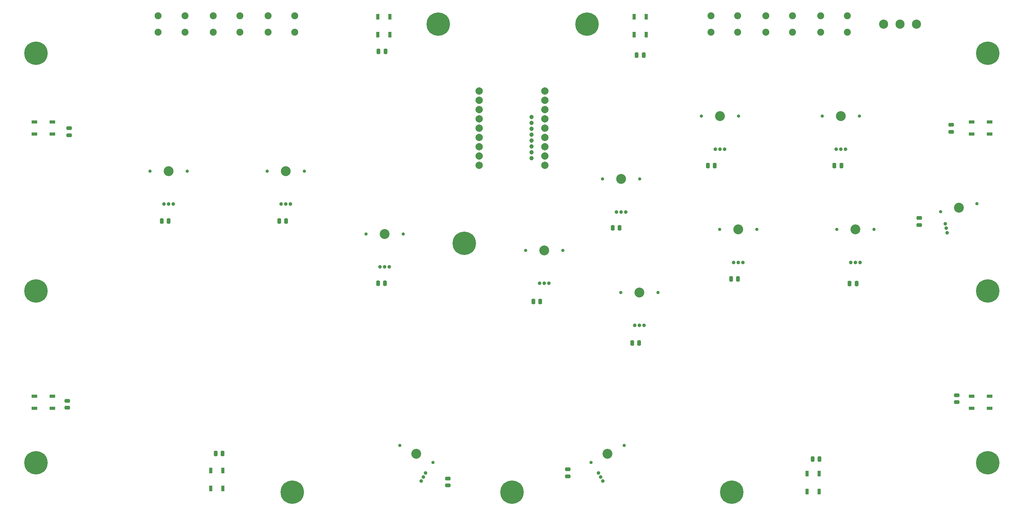
<source format=gts>
G04 #@! TF.GenerationSoftware,KiCad,Pcbnew,9.0.0*
G04 #@! TF.CreationDate,2025-05-11T16:12:36-07:00*
G04 #@! TF.ProjectId,HE_Leverless_Mainboard,48455f4c-6576-4657-926c-6573735f4d61,rev?*
G04 #@! TF.SameCoordinates,Original*
G04 #@! TF.FileFunction,Soldermask,Top*
G04 #@! TF.FilePolarity,Negative*
%FSLAX46Y46*%
G04 Gerber Fmt 4.6, Leading zero omitted, Abs format (unit mm)*
G04 Created by KiCad (PCBNEW 9.0.0) date 2025-05-11 16:12:36*
%MOMM*%
%LPD*%
G01*
G04 APERTURE LIST*
G04 Aperture macros list*
%AMRoundRect*
0 Rectangle with rounded corners*
0 $1 Rounding radius*
0 $2 $3 $4 $5 $6 $7 $8 $9 X,Y pos of 4 corners*
0 Add a 4 corners polygon primitive as box body*
4,1,4,$2,$3,$4,$5,$6,$7,$8,$9,$2,$3,0*
0 Add four circle primitives for the rounded corners*
1,1,$1+$1,$2,$3*
1,1,$1+$1,$4,$5*
1,1,$1+$1,$6,$7*
1,1,$1+$1,$8,$9*
0 Add four rect primitives between the rounded corners*
20,1,$1+$1,$2,$3,$4,$5,0*
20,1,$1+$1,$4,$5,$6,$7,0*
20,1,$1+$1,$6,$7,$8,$9,0*
20,1,$1+$1,$8,$9,$2,$3,0*%
G04 Aperture macros list end*
%ADD10RoundRect,0.250000X-0.475000X0.250000X-0.475000X-0.250000X0.475000X-0.250000X0.475000X0.250000X0*%
%ADD11C,2.500000*%
%ADD12C,1.905000*%
%ADD13RoundRect,0.090000X0.360000X-0.660000X0.360000X0.660000X-0.360000X0.660000X-0.360000X-0.660000X0*%
%ADD14RoundRect,0.250000X-0.250000X-0.475000X0.250000X-0.475000X0.250000X0.475000X-0.250000X0.475000X0*%
%ADD15RoundRect,0.250000X0.475000X-0.250000X0.475000X0.250000X-0.475000X0.250000X-0.475000X-0.250000X0*%
%ADD16C,0.900000*%
%ADD17C,2.700000*%
%ADD18C,1.000000*%
%ADD19C,6.400000*%
%ADD20RoundRect,0.250000X0.250000X0.475000X-0.250000X0.475000X-0.250000X-0.475000X0.250000X-0.475000X0*%
%ADD21C,2.000000*%
%ADD22C,1.200000*%
%ADD23RoundRect,0.090000X-0.360000X0.660000X-0.360000X-0.660000X0.360000X-0.660000X0.360000X0.660000X0*%
%ADD24RoundRect,0.090000X-0.660000X-0.360000X0.660000X-0.360000X0.660000X0.360000X-0.660000X0.360000X0*%
%ADD25RoundRect,0.090000X0.660000X0.360000X-0.660000X0.360000X-0.660000X-0.360000X0.660000X-0.360000X0*%
G04 APERTURE END LIST*
D10*
X212946699Y-194005699D03*
X212946699Y-195905699D03*
D11*
X299196699Y-72196701D03*
X303696699Y-72196701D03*
X308196699Y-72196701D03*
D12*
X138346699Y-74446701D03*
X131046699Y-74446701D03*
X138346699Y-69946701D03*
X131046699Y-69946701D03*
D13*
X161046699Y-75105699D03*
X164346699Y-75105699D03*
X164346699Y-70205699D03*
X161046699Y-70205699D03*
D14*
X203546698Y-148096699D03*
X205446698Y-148096699D03*
D15*
X180196699Y-198405699D03*
X180196699Y-196505699D03*
D14*
X225196699Y-127905699D03*
X227096699Y-127905699D03*
D16*
X227416698Y-145596699D03*
D17*
X232496698Y-145596699D03*
D16*
X237576698Y-145596699D03*
D18*
X231226698Y-154596699D03*
X232496698Y-154596699D03*
X233766698Y-154596699D03*
D15*
X76696699Y-102605699D03*
X76696699Y-100705699D03*
D16*
X201416698Y-134096699D03*
D17*
X206496698Y-134096699D03*
D16*
X211576698Y-134096699D03*
D18*
X205226698Y-143096699D03*
X206496698Y-143096699D03*
X207766698Y-143096699D03*
D12*
X274346699Y-74446701D03*
X267046699Y-74446701D03*
X274346699Y-69946701D03*
X267046699Y-69946701D03*
D16*
X130816700Y-112396699D03*
D17*
X135896700Y-112396699D03*
D16*
X140976700Y-112396699D03*
D18*
X134626700Y-121396699D03*
X135896700Y-121396699D03*
X137166700Y-121396699D03*
D19*
X257696699Y-200196701D03*
D16*
X167080626Y-187419100D03*
D17*
X171582540Y-189772644D03*
D16*
X176084454Y-192126188D03*
D18*
X172888566Y-197203303D03*
X173476952Y-196077825D03*
X174065338Y-194952346D03*
D16*
X314814884Y-123556177D03*
D17*
X319774468Y-122456664D03*
D16*
X324734052Y-121357151D03*
D18*
X316028059Y-126810744D03*
X316302937Y-128050640D03*
X316577815Y-129290536D03*
D20*
X281696699Y-191155699D03*
X279796699Y-191155699D03*
D19*
X327696699Y-192196701D03*
D14*
X251196699Y-110905699D03*
X253096699Y-110905699D03*
D16*
X98816700Y-112396700D03*
D17*
X103896700Y-112396700D03*
D16*
X108976700Y-112396700D03*
D18*
X102626700Y-121396700D03*
X103896700Y-121396700D03*
X105166700Y-121396700D03*
D12*
X123346699Y-74446701D03*
X116046699Y-74446701D03*
X123346699Y-69946701D03*
X116046699Y-69946701D03*
D10*
X319196699Y-173705699D03*
X319196699Y-175605699D03*
D19*
X67696699Y-80196701D03*
D14*
X231746699Y-80655699D03*
X233646699Y-80655699D03*
X289946699Y-143155699D03*
X291846699Y-143155699D03*
D21*
X188696699Y-90495699D03*
X188696699Y-93035699D03*
X188696699Y-95575699D03*
X188696699Y-98115699D03*
X188696699Y-100655699D03*
X188696699Y-103195699D03*
X188696699Y-105735699D03*
X188696699Y-108275699D03*
X188696699Y-110815699D03*
X206696699Y-110815699D03*
X206696699Y-108275699D03*
X206696699Y-105735699D03*
X206696699Y-103195699D03*
X206696699Y-100655699D03*
X206696699Y-98115699D03*
X206696699Y-95575699D03*
X206696699Y-93035699D03*
X206696699Y-90495699D03*
D22*
X203046699Y-108855699D03*
X203046699Y-107255699D03*
X203046699Y-105655699D03*
X203046699Y-104055699D03*
X203046699Y-102455699D03*
X203046699Y-100855699D03*
X203046699Y-99255699D03*
X203046699Y-97655699D03*
D19*
X137696699Y-200196701D03*
D13*
X231046699Y-75105699D03*
X234346699Y-75105699D03*
X234346699Y-70205699D03*
X231046699Y-70205699D03*
D19*
X67696699Y-145196701D03*
D16*
X157816700Y-129596699D03*
D17*
X162896700Y-129596699D03*
D16*
X167976700Y-129596699D03*
D18*
X161626700Y-138596699D03*
X162896700Y-138596699D03*
X164166700Y-138596699D03*
D23*
X281596698Y-195146699D03*
X278296698Y-195146699D03*
X278296698Y-200046699D03*
X281596698Y-200046699D03*
D14*
X134096698Y-126096699D03*
X135996698Y-126096699D03*
D16*
X286416698Y-128396700D03*
D17*
X291496698Y-128396700D03*
D16*
X296576698Y-128396700D03*
D18*
X290226698Y-137396700D03*
X291496698Y-137396700D03*
X292766698Y-137396700D03*
D10*
X317696699Y-99755699D03*
X317696699Y-101655699D03*
D19*
X327696699Y-80196701D03*
D12*
X108346699Y-74446701D03*
X101046699Y-74446701D03*
X108346699Y-69946701D03*
X101046699Y-69946701D03*
D19*
X327696699Y-145196701D03*
D20*
X118646699Y-189655699D03*
X116746699Y-189655699D03*
D16*
X282416698Y-97396700D03*
D17*
X287496698Y-97396700D03*
D16*
X292576698Y-97396700D03*
D18*
X286226698Y-106396700D03*
X287496698Y-106396700D03*
X288766698Y-106396700D03*
D23*
X118696698Y-194296699D03*
X115396698Y-194296699D03*
X115396698Y-199196699D03*
X118696698Y-199196699D03*
D19*
X177521699Y-72196701D03*
D24*
X323246699Y-99005699D03*
X323246699Y-102305699D03*
X328146699Y-102305699D03*
X328146699Y-99005699D03*
D25*
X72146699Y-102305699D03*
X72146699Y-99005699D03*
X67246699Y-99005699D03*
X67246699Y-102305699D03*
D16*
X249416698Y-97396699D03*
D17*
X254496698Y-97396699D03*
D16*
X259576698Y-97396699D03*
D18*
X253226698Y-106396699D03*
X254496698Y-106396699D03*
X255766698Y-106396699D03*
D14*
X257546699Y-141905699D03*
X259446699Y-141905699D03*
X101996698Y-126096699D03*
X103896698Y-126096699D03*
X161246699Y-79655699D03*
X163146699Y-79655699D03*
X285796699Y-110905699D03*
X287696699Y-110905699D03*
D19*
X197696699Y-200196701D03*
D12*
X289346699Y-74446701D03*
X282046699Y-74446701D03*
X289346699Y-69946701D03*
X282046699Y-69946701D03*
D15*
X76196699Y-177155699D03*
X76196699Y-175255699D03*
D24*
X323246699Y-174005699D03*
X323246699Y-177305699D03*
X328146699Y-177305699D03*
X328146699Y-174005699D03*
D25*
X72146699Y-177305699D03*
X72146699Y-174005699D03*
X67246699Y-174005699D03*
X67246699Y-177305699D03*
D14*
X161096698Y-143096699D03*
X162996698Y-143096699D03*
D19*
X184696699Y-132196701D03*
D16*
X222416698Y-114596699D03*
D17*
X227496698Y-114596699D03*
D16*
X232576698Y-114596699D03*
D18*
X226226698Y-123596699D03*
X227496698Y-123596699D03*
X228766698Y-123596699D03*
D19*
X218196699Y-72196701D03*
D12*
X259346699Y-74446701D03*
X252046699Y-74446701D03*
X259346699Y-69946701D03*
X252046699Y-69946701D03*
D16*
X254416698Y-128396699D03*
D17*
X259496698Y-128396699D03*
D16*
X264576698Y-128396699D03*
D18*
X258226698Y-137396699D03*
X259496698Y-137396699D03*
X260766698Y-137396699D03*
D19*
X67696699Y-192196701D03*
D14*
X230546699Y-159405699D03*
X232446699Y-159405699D03*
D10*
X308946699Y-125255699D03*
X308946699Y-127155699D03*
D16*
X219308944Y-192126188D03*
D17*
X223810858Y-189772644D03*
D16*
X228312772Y-187419100D03*
D18*
X221328060Y-194952346D03*
X221916446Y-196077825D03*
X222504832Y-197203303D03*
M02*

</source>
